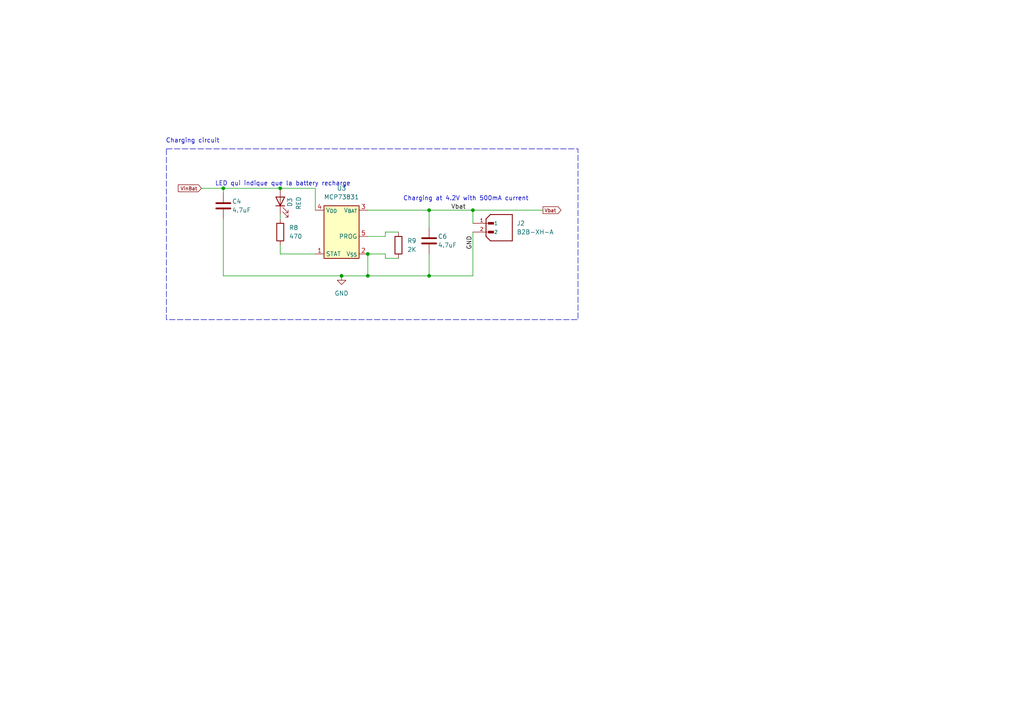
<source format=kicad_sch>
(kicad_sch (version 20231120) (generator "eeschema") (generator_version "8.0")
  (paper "A4")
  (lib_symbols
    (symbol "B2B-XH-A:B2B-XH-A" (pin_names (offset 1.016))
      (property "Reference" "J" (at -2.54 6.35 0))
      (property "Value" "B2B-XH-A" (at -2.54 -5.08 0))
      (symbol "B2B-XH-A_0_0"
        (rectangle (start -3.175 -0.3175) (end -1.5875 0.3175) (stroke (width 0.1)) (fill (type outline)))
        (rectangle (start -3.175 2.2225) (end -1.5875 2.8575) (stroke (width 0.1)) (fill (type outline)))
        (polyline (pts (xy -3.81 -1.27) (xy -2.54 -2.54)) (stroke (width 0.254)))
        (polyline (pts (xy -3.81 3.81) (xy -3.81 -1.27)) (stroke (width 0.254)))
        (polyline (pts (xy -3.81 3.81) (xy -2.54 5.08)) (stroke (width 0.254)))
        (polyline (pts (xy -2.54 -2.54) (xy 3.81 -2.54)) (stroke (width 0.254)))
        (polyline (pts (xy 3.81 -2.54) (xy 3.81 5.08)) (stroke (width 0.254)))
        (polyline (pts (xy 3.81 5.08) (xy -2.54 5.08)) (stroke (width 0.254)))
        (pin passive line (at -7.62 2.54 0) (length 5.08) (name "1") (number "1"))
        (pin passive line (at -7.62 0 0) (length 5.08) (name "2") (number "2"))
      )
    )
    (symbol "Battery_Management:MCP73831-2-OT"
      (property "Reference" "U3" (at 0 -2.286 90))
      (property "Value" "MCP73831" (at -1.778 -6.35 90))
      (symbol "MCP73831-2-OT_0_1"
        (rectangle (start 6.35 6.35) (end -3.81 -8.89) (stroke (width 0.254)) (fill (type background)))
      )
      (symbol "MCP73831-2-OT_1_1"
        (pin tri_state line (at -6.35 -7.62 0) (length 2.54) (name "STAT") (number "1"))
        (pin power_in line (at 8.89 -7.62 180) (length 2.54) (name "V_{SS}") (number "2"))
        (pin power_out line (at 8.89 5.08 180) (length 2.54) (name "V_{BAT}") (number "3"))
        (pin power_in line (at -6.35 5.08 0) (length 2.54) (name "V_{DD}") (number "4"))
        (pin input line (at 8.89 -2.54 180) (length 2.54) (name "PROG") (number "5"))
      )
    )
    (symbol "Device:C" (pin_numbers hide) (pin_names (offset 0.254))
      (property "Reference" "C" (at 0.635 2.54 0))
      (property "Value" "C" (at 0.635 -2.54 0))
      (symbol "C_0_1"
        (polyline (pts (xy -2.032 -0.762) (xy 2.032 -0.762)) (stroke (width 0.508)))
        (polyline (pts (xy -2.032 0.762) (xy 2.032 0.762)) (stroke (width 0.508)))
      )
      (symbol "C_1_1"
        (pin passive line (at 0 3.81 270) (length 2.794) (name "~") (number "1"))
        (pin passive line (at 0 -3.81 90) (length 2.794) (name "~") (number "2"))
      )
    )
    (symbol "Device:LED" (pin_numbers hide) (pin_names (offset 1.016) hide)
      (property "Reference" "D" (at 0 2.54 0))
      (property "Value" "LED" (at 0 -2.54 0))
      (symbol "LED_0_1"
        (polyline (pts (xy -1.27 -1.27) (xy -1.27 1.27)) (stroke (width 0.254)))
        (polyline (pts (xy -1.27 0) (xy 1.27 0)))
        (polyline (pts (xy 1.27 -1.27) (xy 1.27 1.27) (xy -1.27 0) (xy 1.27 -1.27)) (stroke (width 0.254)))
        (polyline (pts (xy -3.048 -0.762) (xy -4.572 -2.286) (xy -3.81 -2.286) (xy -4.572 -2.286) (xy -4.572 -1.524)))
        (polyline (pts (xy -1.778 -0.762) (xy -3.302 -2.286) (xy -2.54 -2.286) (xy -3.302 -2.286) (xy -3.302 -1.524)))
      )
      (symbol "LED_1_1"
        (pin passive line (at -3.81 0 0) (length 2.54) (name "K") (number "1"))
        (pin passive line (at 3.81 0 180) (length 2.54) (name "A") (number "2"))
      )
    )
    (symbol "Device:R" (pin_numbers hide) (pin_names (offset 0))
      (property "Reference" "R" (at 2.032 0 90))
      (property "Value" "R" (at 0 0 90))
      (symbol "R_0_1"
        (rectangle (start -1.016 -2.54) (end 1.016 2.54) (stroke (width 0.254)))
      )
      (symbol "R_1_1"
        (pin passive line (at 0 3.81 270) (length 1.27) (name "~") (number "1"))
        (pin passive line (at 0 -3.81 90) (length 1.27) (name "~") (number "2"))
      )
    )
    (symbol "power:GND" (power) (pin_numbers hide) (pin_names (offset 0) hide)
      (property "Value" "GND" (at 0 -3.81 0))
      (symbol "GND_0_1"
        (polyline (pts (xy 0 0) (xy 0 -1.27) (xy 1.27 -1.27) (xy 0 -2.54) (xy -1.27 -1.27) (xy 0 -1.27)))
      )
      (symbol "GND_1_1"
        (pin power_in line (at 0 0 270) (length 0) (name "~") (number "1"))
      )
    )
  )
  (junction (at 124.46 80.01))
  (junction (at 81.28 54.61))
  (junction (at 124.46 60.96))
  (junction (at 64.77 54.61))
  (junction (at 106.68 80.01))
  (junction (at 99.06 80.01))
  (junction (at 106.68 73.66))
  (junction (at 137.16 60.96))
  (wire (pts (xy 99.06 80.01) (xy 106.68 80.01)))
  (wire (pts (xy 137.16 60.96) (xy 137.16 64.77)))
  (wire (pts (xy 81.28 73.66) (xy 91.44 73.66)))
  (wire (pts (xy 81.28 54.61) (xy 91.44 54.61)))
  (wire (pts (xy 111.76 73.66) (xy 111.76 74.93)))
  (wire (pts (xy 81.28 62.23) (xy 81.28 63.5)))
  (wire (pts (xy 111.76 67.31) (xy 111.76 68.58)))
  (wire (pts (xy 64.77 54.61) (xy 64.77 55.88)))
  (wire (pts (xy 124.46 73.66) (xy 124.46 80.01)))
  (wire (pts (xy 115.57 67.31) (xy 111.76 67.31)))
  (wire (pts (xy 106.68 73.66) (xy 111.76 73.66)))
  (wire (pts (xy 64.77 54.61) (xy 81.28 54.61)))
  (wire (pts (xy 137.16 80.01) (xy 137.16 67.31)))
  (wire (pts (xy 81.28 71.12) (xy 81.28 73.66)))
  (wire (pts (xy 137.16 60.96) (xy 157.48 60.96)))
  (wire (pts (xy 124.46 80.01) (xy 106.68 80.01)))
  (wire (pts (xy 64.77 80.01) (xy 99.06 80.01)))
  (wire (pts (xy 64.77 63.5) (xy 64.77 80.01)))
  (wire (pts (xy 106.68 60.96) (xy 124.46 60.96)))
  (wire (pts (xy 106.68 80.01) (xy 106.68 73.66)))
  (wire (pts (xy 91.44 54.61) (xy 91.44 60.96)))
  (wire (pts (xy 124.46 60.96) (xy 137.16 60.96)))
  (wire (pts (xy 124.46 60.96) (xy 124.46 66.04)))
  (wire (pts (xy 111.76 74.93) (xy 115.57 74.93)))
  (wire (pts (xy 111.76 68.58) (xy 106.68 68.58)))
  (wire (pts (xy 58.42 54.61) (xy 64.77 54.61)))
  (wire (pts (xy 124.46 80.01) (xy 137.16 80.01)))
  (rectangle (start 48.26 43.18) (end 167.64 92.71) (stroke (width 0) (type dash)))
  (text "Charging circuit\n" (at 55.88 40.894 0) (effects (font (size 1.27 1.27))))
  (text "LED qui indique que la battery recharge" (at 82.042 53.34 0) (effects (font (size 1.27 1.27))))
  (text "Charging at 4.2V with 500mA current\n" (at 135.128 57.658 0) (effects (font (size 1.27 1.27))))
  (label "GND" (at 137.16 72.39 90))
  (label "Vbat" (at 130.81 60.96 0))
  (global_label "Vbat" (shape output) (at 157.48 60.96 0) (effects (font (size 1.016 1.016))) (property "Intersheetrefs" "${INTERSHEET_REFS}" (effects (hide yes))))
  (global_label "VinBat" (shape input) (at 58.42 54.61 180) (effects (font (size 1.016 1.016))) (property "Intersheetrefs" "${INTERSHEET_REFS}" (effects (hide yes))))
  (symbol (lib_id "Battery_Management:MCP73831-2-OT") (at 97.79 66.04 0) (unit 1)
    (property "Reference" "U3" (at 99.06 54.61 0))
    (property "Value" "MCP73831" (at 99.06 57.15 0))
    (property "Footprint" "Package_TO_SOT_SMD:SOT-23-5" (effects (hide yes)))
    (property "Datasheet" "http://ww1.microchip.com/downloads/en/DeviceDoc/20001984g.pdf" (effects (hide yes)))
    (property "Description" "Single cell, Li-Ion/Li-Po charge management controller, 4.20V, Tri-State Status Output, in SOT23-5 package" (effects (hide yes)))
  )
  (symbol (lib_id "power:GND") (at 99.06 80.01 0) (unit 1)
    (property "Reference" "#PWR011" (effects (hide yes)))
    (property "Value" "GND" (at 99.06 85.09 0))
    (property "Description" "Power symbol creates a global label with name \"GND\" , ground" (effects (hide yes)))
  )
  (symbol (lib_id "B2B-XH-A:B2B-XH-A") (at 144.78 67.31 0) (unit 1)
    (property "Reference" "J2" (at 149.86 64.7699 0) (effects (justify left)))
    (property "Value" "B2B-XH-A" (at 149.86 67.3099 0) (effects (justify left)))
    (property "Footprint" "Connector_JST:JST_XH_B2B-XH-AM_1x02_P2.50mm_Vertical" (effects (hide yes)))
    (property "PARTREV" "N/A" (effects (hide yes)))
    (property "STANDARD" "Manufacturer Recommendations" (effects (hide yes)))
    (property "MAXIMUM_PACKAGE_HEIGHT" "7 mm" (effects (hide yes)))
    (property "MANUFACTURER" "JST Sales America Inc." (effects (hide yes)))
  )
  (symbol (lib_id "Device:C") (at 124.46 69.85 0) (unit 1)
    (property "Reference" "C6" (at 127 68.58 0) (effects (justify left)))
    (property "Value" "4.7uF" (at 127 71.12 0) (effects (justify left)))
    (property "Datasheet" "https://www.digikey.ca/en/products/detail/tdk-corporation/C1608X5R1A106M080AC/2619215?utm_adgroup=&utm_source=google&utm_medium=cpc&utm_campaign=Pmax_Shopping_DK%2B%20Supplier_GEM%20Suppliers&utm_term=&utm_content=&utm_id=go_cmp-21018510932_adg-_ad-__dev-c_ext-_prd-_sig-CjwKCAjw9eO3BhBNEiwAoc0-jVJ2q38zhb0FxsC5H1BfhDJeGmrqXKrkETD0OxRwd4A4v0tyCTYzehoCqzwQAvD_BwE&gad_source=1&gclid=CjwKCAjw9eO3BhBNEiwAoc0-jVJ2q38zhb0FxsC5H1BfhDJeGmrqXKrkETD0OxRwd4A4v0tyCTYzehoCqzwQAvD_BwE" (effects (hide yes)))
  )
  (symbol (lib_id "Device:C") (at 64.77 59.69 0) (unit 1)
    (property "Reference" "C4" (at 67.31 58.42 0) (effects (justify left)))
    (property "Value" "4.7uF" (at 67.31 60.96 0) (effects (justify left)))
    (property "Datasheet" "https://www.digikey.ca/en/products/detail/tdk-corporation/C1608X5R1A106M080AC/2619215?utm_adgroup=&utm_source=google&utm_medium=cpc&utm_campaign=Pmax_Shopping_DK%2B%20Supplier_GEM%20Suppliers&utm_term=&utm_content=&utm_id=go_cmp-21018510932_adg-_ad-__dev-c_ext-_prd-_sig-CjwKCAjw9eO3BhBNEiwAoc0-jVJ2q38zhb0FxsC5H1BfhDJeGmrqXKrkETD0OxRwd4A4v0tyCTYzehoCqzwQAvD_BwE&gad_source=1&gclid=CjwKCAjw9eO3BhBNEiwAoc0-jVJ2q38zhb0FxsC5H1BfhDJeGmrqXKrkETD0OxRwd4A4v0tyCTYzehoCqzwQAvD_BwE" (effects (hide yes)))
  )
  (symbol (lib_id "Device:LED") (at 81.28 58.42 90) (unit 1)
    (property "Reference" "D3" (at 84.074 58.674 0))
    (property "Value" "RED" (at 86.614 58.928 0))
  )
  (symbol (lib_id "Device:R") (at 115.57 71.12 0) (unit 1)
    (property "Reference" "R9" (at 118.11 69.8499 0) (effects (justify left)))
    (property "Value" "2K" (at 118.11 72.3899 0) (effects (justify left)))
    (property "Datasheet" "https://www.digikey.ca/en/products/detail/yageo/RC0603FR-07510KL/727286" (effects (hide yes)))
  )
  (symbol (lib_id "Device:R") (at 81.28 67.31 0) (unit 1)
    (property "Reference" "R8" (at 83.82 66.0399 0) (effects (justify left)))
    (property "Value" "470" (at 83.82 68.5799 0) (effects (justify left)))
    (property "Datasheet" "https://www.digikey.ca/en/products/detail/yageo/RC0603FR-07510KL/727286" (effects (hide yes)))
  )
)
</source>
